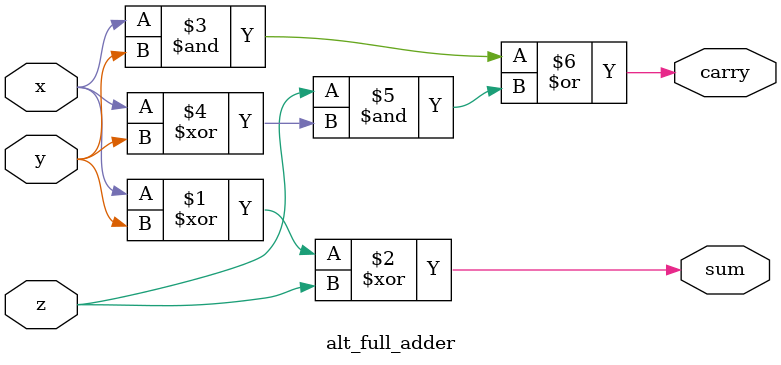
<source format=v>
module alt_full_adder
(
	x,
	y,
	z,
	sum,
	carry
);

	input x;
	input y;
	input z;
	output sum;
	output carry;

	assign sum = x ^ y ^ z;
	assign carry = (x & y) | (z & (x ^ y));

endmodule


</source>
